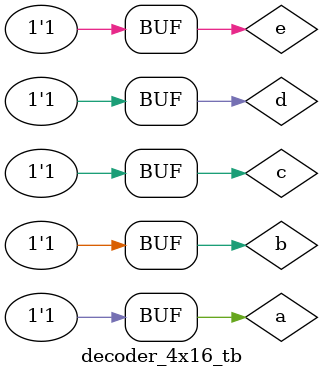
<source format=v>

`include "decoder_2x4.v"
module decoder_4x16(d,c,b,a,e,y0,y1,y2,y3,y4,y5,y6,y7,y8,y9,y10,y11,y12,y13,y14,y15);
input d,c,b,a,e;
output y0,y1,y2,y3,y4,y5,y6,y7,y8,y9,y10,y11,y12,y13,y14,y15;
wire w0,w1,w2,w3;
decoder_2x4 de1(d,c,e,w0,w1,w2,w3);
decoder_2x4 de2(b,a,w0,y0,y1,y2,y3);
decoder_2x4 de3(b,a,w1,y4,y5,y6,y7);
decoder_2x4 de4(b,a,w2,y8,y9,y10,y11);
decoder_2x4 de5(b,a,w3,y12,y13,y14,y15);
endmodule

//Test Bench:

module decoder_4x16_tb();
reg d,c,b,a,e;
wire y0,y1,y2,y3,y4,y5,y6,y7,y8,y9,y10,y11,y12,y13,y14,y15;
decoder_4x16 d1(d,c,b,a,e,y0,y1,y2,y3,y4,y5,y6,y7,y8,y9,y10,y11,y12,y13,y14,y15);
initial
begin
	$monitor($time," A3=%b A2=%b A1=%b A0=%b E=%b Y0=%b Y1=%b Y2=%b Y3=%b Y4=%b Y5=%b Y6=%b Y7=%b Y8=%b Y9=%b Y10=%b Y11=%b Y12=%b Y13=%b Y14=%b Y15=%b",d,c,b,a,e,y0,y1,y2,y3,y4,y5,y6,y7,y8,y9,y10,y11,y12,y13,y14,y15);
end
initial
begin
	d=1'b0; c=1'b0; b=1'b0; a=1'b0; e=1'b1;
	#5;
	d=1'b0; c=1'b0; b=1'b0; a=1'b1; e=1'b1;
	#5;
	d=1'b0; c=1'b0; b=1'b1; a=1'b0; e=1'b1;
	#5;
	d=1'b0; c=1'b0; b=1'b1; a=1'b1; e=1'b1;
	#5;
	d=1'b0; c=1'b1; b=1'b0; a=1'b0; e=1'b1;
	#5;
	d=1'b0; c=1'b1; b=1'b0; a=1'b1; e=1'b1;
	#5;
	d=1'b0; c=1'b1; b=1'b1; a=1'b0; e=1'b1;
	#5;
	d=1'b0; c=1'b1; b=1'b1; a=1'b1; e=1'b1;
	#5;
	d=1'b1; c=1'b0; b=1'b0; a=1'b0; e=1'b1;
	#5;
	d=1'b1; c=1'b0; b=1'b0; a=1'b1; e=1'b1;
	#5;
	d=1'b1; c=1'b0; b=1'b1; a=1'b0; e=1'b1;
	#5;
	d=1'b1; c=1'b0; b=1'b1; a=1'b1; e=1'b1;
	#5;
	d=1'b1; c=1'b1; b=1'b0; a=1'b0; e=1'b1;
	#5;
	d=1'b1; c=1'b1; b=1'b0; a=1'b1; e=1'b1;
	#5;
	d=1'b1; c=1'b1; b=1'b1; a=1'b0; e=1'b1;
	#5;
	d=1'b1; c=1'b1; b=1'b1; a=1'b1; e=1'b1;
	#5;
end
initial
begin
$dumpfile("decoder_4x16.dump");
$dumpvars(0,decoder_4x16_tb);
end
endmodule

</source>
